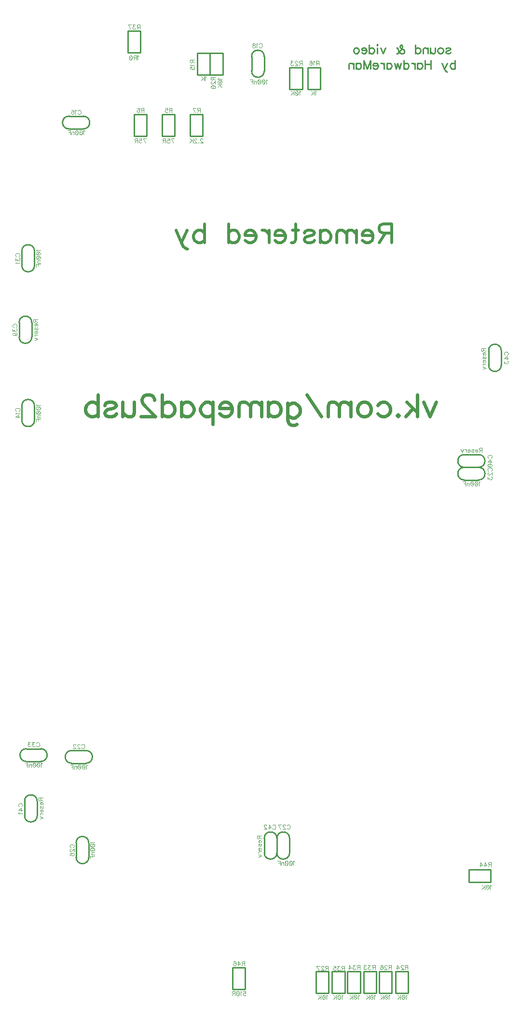
<source format=gbo>
G04 DipTrace 4.0.0.5*
G04 bottom_silk_dendy_junior_remastered_rev_2.2.1.gbo*
%MOIN*%
G04 #@! TF.FileFunction,Legend,Bot*
G04 #@! TF.Part,Single*
%ADD10C,0.009843*%
%ADD119C,0.004632*%
%ADD121C,0.009264*%
%ADD124C,0.023159*%
%ADD127C,0.020071*%
%FSLAX26Y26*%
G04*
G70*
G90*
G75*
G01*
G04 BotSilk*
%LPD*%
X281275Y4181588D2*
D10*
Y4081575D1*
X193775Y4181588D2*
Y4081575D1*
X281275D2*
G02X193775Y4081575I-43750J6D01*
G01*
Y4181588D2*
G02X281275Y4181588I43750J-6D01*
G01*
X518906Y6181894D2*
X618918D1*
X518906Y6094394D2*
X618918D1*
Y6181894D2*
G02X618918Y6094394I-6J-43750D01*
G01*
X518906D2*
G02X518906Y6181894I6J43750D01*
G01*
X1781442Y6494328D2*
Y6594341D1*
X1868942Y6494328D2*
Y6594341D1*
X1781442D2*
G02X1868942Y6594341I43750J-6D01*
G01*
Y6494328D2*
G02X1781442Y6494328I-43750J6D01*
G01*
X537658Y1800184D2*
X637670D1*
X537658Y1712684D2*
X637670D1*
Y1800184D2*
G02X637670Y1712684I-6J-43750D01*
G01*
X537658D2*
G02X537658Y1800184I6J43750D01*
G01*
X3350353Y3669037D2*
X3250340D1*
X3350353Y3756537D2*
X3250340D1*
Y3669037D2*
G02X3250340Y3756537I6J43750D01*
G01*
X3350353D2*
G02X3350353Y3669037I-6J-43750D01*
G01*
X568814Y1062713D2*
Y1162725D1*
X656314Y1062713D2*
Y1162725D1*
X568814D2*
G02X656314Y1162725I43750J-6D01*
G01*
Y1062713D2*
G02X568814Y1062713I-43750J6D01*
G01*
X1956460Y1093966D2*
Y1193979D1*
X2043960Y1093966D2*
Y1193979D1*
X1956460D2*
G02X2043960Y1193979I43750J-6D01*
G01*
Y1093966D2*
G02X1956460Y1093966I-43750J6D01*
G01*
X193775Y5150642D2*
Y5250655D1*
X281275Y5150642D2*
Y5250655D1*
X193775D2*
G02X281275Y5250655I43750J-6D01*
G01*
Y5150642D2*
G02X193775Y5150642I-43750J6D01*
G01*
X324933Y1725186D2*
X224920D1*
X324933Y1812686D2*
X224920D1*
Y1725186D2*
G02X224920Y1812686I6J43750D01*
G01*
X324933D2*
G02X324933Y1725186I-6J-43750D01*
G01*
X262523Y4756853D2*
Y4656840D1*
X175023Y4756853D2*
Y4656840D1*
X262523D2*
G02X175023Y4656840I-43750J6D01*
G01*
Y4756853D2*
G02X262523Y4756853I43750J-6D01*
G01*
X3350250Y3756649D2*
X3250238D1*
X3350250Y3844149D2*
X3250238D1*
Y3756649D2*
G02X3250238Y3844149I6J43750D01*
G01*
X3350250D2*
G02X3350250Y3756649I-6J-43750D01*
G01*
X212527Y1350243D2*
Y1450256D1*
X300027Y1350243D2*
Y1450256D1*
X212527D2*
G02X300027Y1450256I43750J-6D01*
G01*
Y1350243D2*
G02X212527Y1350243I-43750J6D01*
G01*
X1868951Y1093966D2*
Y1193979D1*
X1956451Y1093966D2*
Y1193979D1*
X1868951D2*
G02X1956451Y1193979I43750J-6D01*
G01*
Y1093966D2*
G02X1868951Y1093966I-43750J6D01*
G01*
X3506614Y4562878D2*
Y4462865D1*
X3419114Y4562878D2*
Y4462865D1*
X3506614D2*
G02X3419114Y4462865I-43750J6D01*
G01*
Y4562878D2*
G02X3506614Y4562878I43750J-6D01*
G01*
X1162627Y6044495D2*
X1250127D1*
Y6194495D1*
X1162627D1*
Y6044495D1*
X968856Y6044699D2*
X1056356D1*
Y6194699D1*
X968856D1*
Y6044699D1*
X1356397Y6044495D2*
X1443897D1*
Y6194495D1*
X1356397D1*
Y6044495D1*
X1493902Y6619335D2*
X1406402D1*
Y6469335D1*
X1493902D1*
Y6619335D1*
X2256482Y6519324D2*
X2168982D1*
Y6369324D1*
X2256482D1*
Y6519324D1*
X1493911Y6469539D2*
X1581411D1*
Y6619539D1*
X1493911D1*
Y6469539D1*
X2043969Y6369529D2*
X2131469D1*
Y6519529D1*
X2043969D1*
Y6369529D1*
X2862796Y274919D2*
X2775296D1*
Y124919D1*
X2862796D1*
Y274919D1*
X2750284D2*
X2662784D1*
Y124919D1*
X2750284D1*
Y274919D1*
X2312738Y275123D2*
X2225238D1*
Y125123D1*
X2312738D1*
Y275123D1*
X2644023Y274919D2*
X2556523D1*
Y124919D1*
X2644023D1*
Y274919D1*
X2531511D2*
X2444011D1*
Y124919D1*
X2531511D1*
Y274919D1*
X2425250D2*
X2337750D1*
Y124919D1*
X2425250D1*
Y274919D1*
X925102Y6619555D2*
X1012602D1*
Y6769555D1*
X925102D1*
Y6619555D1*
X1737780Y300024D2*
X1650280D1*
Y150024D1*
X1737780D1*
Y300024D1*
X3281705Y978222D2*
Y890722D1*
X3431705D1*
Y978222D1*
X3281705D1*
X3123540Y6646853D2*
D121*
X3126392Y6652623D1*
X3135014Y6655475D1*
X3143636D1*
X3152258Y6652623D1*
X3155110Y6646853D1*
X3152258Y6641149D1*
X3146488Y6638231D1*
X3132162Y6635379D1*
X3126392Y6632527D1*
X3123540Y6626757D1*
Y6623905D1*
X3126392Y6618201D1*
X3135014Y6615283D1*
X3143636D1*
X3152258Y6618201D1*
X3155110Y6623905D1*
X3090687Y6655475D2*
X3096391Y6652623D1*
X3102161Y6646853D1*
X3105013Y6638231D1*
Y6632527D1*
X3102161Y6623905D1*
X3096391Y6618201D1*
X3090687Y6615283D1*
X3082065D1*
X3076295Y6618201D1*
X3070591Y6623905D1*
X3067673Y6632527D1*
Y6638231D1*
X3070591Y6646853D1*
X3076295Y6652623D1*
X3082065Y6655475D1*
X3090687D1*
X3049146D2*
Y6626757D1*
X3046294Y6618201D1*
X3040524Y6615283D1*
X3031902D1*
X3026198Y6618201D1*
X3017576Y6626757D1*
Y6655475D2*
Y6615283D1*
X2999049Y6655475D2*
Y6615283D1*
Y6644001D2*
X2990427Y6652623D1*
X2984657Y6655475D1*
X2976101D1*
X2970331Y6652623D1*
X2967479Y6644001D1*
Y6615283D1*
X2914530Y6675571D2*
Y6615283D1*
Y6646853D2*
X2920234Y6652623D1*
X2926004Y6655475D1*
X2934626D1*
X2940330Y6652623D1*
X2946100Y6646853D1*
X2948952Y6638231D1*
Y6632527D1*
X2946100Y6623905D1*
X2940330Y6618201D1*
X2934626Y6615283D1*
X2926004D1*
X2920234Y6618201D1*
X2914530Y6623905D1*
X2783164Y6655475D2*
X2786082D1*
X2788934Y6652557D1*
X2791786Y6646853D1*
X2797556Y6632527D1*
X2803260Y6623905D1*
X2808964Y6618135D1*
X2814734Y6615283D1*
X2826208D1*
X2831911Y6618135D1*
X2834830Y6621053D1*
X2837682Y6626757D1*
Y6632527D1*
X2834830Y6638231D1*
X2831911Y6641083D1*
X2811882Y6652557D1*
X2808964Y6655475D1*
X2806112Y6661179D1*
Y6666949D1*
X2808964Y6672653D1*
X2814734Y6675505D1*
X2820437Y6672653D1*
X2823356Y6666949D1*
Y6661179D1*
X2820437Y6652557D1*
X2814734Y6644001D1*
X2800408Y6623905D1*
X2794638Y6618135D1*
X2788934Y6615283D1*
X2783164D1*
X2706315Y6655475D2*
X2689071Y6615283D1*
X2671894Y6655475D1*
X2653367Y6675571D2*
X2650515Y6672719D1*
X2647596Y6675571D1*
X2650515Y6678489D1*
X2653367Y6675571D1*
X2650515Y6655475D2*
Y6615283D1*
X2594647Y6675571D2*
Y6615283D1*
Y6646853D2*
X2600351Y6652623D1*
X2606121Y6655475D1*
X2614743D1*
X2620447Y6652623D1*
X2626217Y6646853D1*
X2629069Y6638231D1*
Y6632527D1*
X2626217Y6623905D1*
X2620447Y6618201D1*
X2614743Y6615283D1*
X2606121D1*
X2600351Y6618201D1*
X2594647Y6623905D1*
X2576120Y6638231D2*
X2541698D1*
Y6644001D1*
X2544550Y6649771D1*
X2547402Y6652623D1*
X2553172Y6655475D1*
X2561794D1*
X2567498Y6652623D1*
X2573268Y6646853D1*
X2576120Y6638231D1*
Y6632527D1*
X2573268Y6623905D1*
X2567498Y6618201D1*
X2561794Y6615283D1*
X2553172D1*
X2547402Y6618201D1*
X2541698Y6623905D1*
X2508845Y6655475D2*
X2514549Y6652623D1*
X2520319Y6646853D1*
X2523171Y6638231D1*
Y6632527D1*
X2520319Y6623905D1*
X2514549Y6618201D1*
X2508845Y6615283D1*
X2500223D1*
X2494453Y6618201D1*
X2488749Y6623905D1*
X2485831Y6632527D1*
Y6638231D1*
X2488749Y6646853D1*
X2494453Y6652623D1*
X2500223Y6655475D1*
X2508845D1*
X3057350Y4206695D2*
D124*
X3014240Y4106215D1*
X2971295Y4206695D1*
X2924978Y4256935D2*
Y4106215D1*
X2853183Y4206695D2*
X2924978Y4134900D1*
X2896293Y4163585D2*
X2846053Y4106215D1*
X2792605Y4120640D2*
X2799735Y4113345D1*
X2792605Y4106215D1*
X2785310Y4113345D1*
X2792605Y4120640D1*
X2652771Y4185140D2*
X2667197Y4199565D1*
X2681622Y4206695D1*
X2703011D1*
X2717437Y4199565D1*
X2731696Y4185140D1*
X2738992Y4163585D1*
Y4149325D1*
X2731696Y4127770D1*
X2717437Y4113511D1*
X2703011Y4106215D1*
X2681622D1*
X2667197Y4113511D1*
X2652771Y4127770D1*
X2570639Y4206695D2*
X2584899Y4199565D1*
X2599324Y4185140D1*
X2606454Y4163585D1*
Y4149325D1*
X2599324Y4127770D1*
X2584899Y4113511D1*
X2570639Y4106215D1*
X2549084D1*
X2534659Y4113511D1*
X2520399Y4127770D1*
X2513103Y4149325D1*
Y4163585D1*
X2520399Y4185140D1*
X2534659Y4199565D1*
X2549084Y4206695D1*
X2570639D1*
X2466786D2*
Y4106215D1*
Y4178010D2*
X2445231Y4199565D1*
X2430805Y4206695D1*
X2409416D1*
X2394991Y4199565D1*
X2387861Y4178010D1*
Y4106215D1*
Y4178010D2*
X2366306Y4199565D1*
X2351880Y4206695D1*
X2330491D1*
X2316066Y4199565D1*
X2308770Y4178010D1*
Y4106215D1*
X2262452D2*
X2161972Y4256769D1*
X2029600Y4199565D2*
Y4084660D1*
X2036730Y4063271D1*
X2043859Y4055975D1*
X2058285Y4048845D1*
X2079840D1*
X2094100Y4055975D1*
X2029600Y4178010D2*
X2043859Y4192270D1*
X2058285Y4199565D1*
X2079840D1*
X2094100Y4192270D1*
X2108525Y4178010D1*
X2115655Y4156455D1*
Y4142030D1*
X2108525Y4120640D1*
X2094100Y4106215D1*
X2079840Y4099085D1*
X2058285D1*
X2043859Y4106215D1*
X2029600Y4120640D1*
X1897228Y4206695D2*
Y4106215D1*
Y4185140D2*
X1911487Y4199565D1*
X1925912Y4206695D1*
X1947302D1*
X1961727Y4199565D1*
X1975987Y4185140D1*
X1983282Y4163585D1*
Y4149325D1*
X1975987Y4127770D1*
X1961727Y4113511D1*
X1947302Y4106215D1*
X1925912D1*
X1911487Y4113511D1*
X1897228Y4127770D1*
X1850910Y4206695D2*
Y4106215D1*
Y4178010D2*
X1829355Y4199565D1*
X1814929Y4206695D1*
X1793540D1*
X1779115Y4199565D1*
X1771985Y4178010D1*
Y4106215D1*
Y4178010D2*
X1750430Y4199565D1*
X1736004Y4206695D1*
X1714615D1*
X1700190Y4199565D1*
X1692894Y4178010D1*
Y4106215D1*
X1646576Y4163585D2*
X1560522D1*
Y4178010D1*
X1567652Y4192435D1*
X1574781Y4199565D1*
X1589207Y4206695D1*
X1610762D1*
X1625021Y4199565D1*
X1639447Y4185140D1*
X1646576Y4163585D1*
Y4149325D1*
X1639447Y4127770D1*
X1625021Y4113511D1*
X1610762Y4106215D1*
X1589207D1*
X1574781Y4113511D1*
X1560522Y4127770D1*
X1514204Y4206695D2*
Y4055975D1*
Y4185140D2*
X1499779Y4199399D1*
X1485519Y4206695D1*
X1463964D1*
X1449539Y4199399D1*
X1435279Y4185140D1*
X1427984Y4163585D1*
Y4149159D1*
X1435279Y4127770D1*
X1449539Y4113345D1*
X1463964Y4106215D1*
X1485519D1*
X1499779Y4113345D1*
X1514204Y4127770D1*
X1295611Y4206695D2*
Y4106215D1*
Y4185140D2*
X1309871Y4199565D1*
X1324296Y4206695D1*
X1345685D1*
X1360111Y4199565D1*
X1374370Y4185140D1*
X1381666Y4163585D1*
Y4149325D1*
X1374370Y4127770D1*
X1360111Y4113511D1*
X1345685Y4106215D1*
X1324296D1*
X1309871Y4113511D1*
X1295611Y4127770D1*
X1163239Y4256935D2*
Y4106215D1*
Y4185140D2*
X1177498Y4199565D1*
X1191924Y4206695D1*
X1213479D1*
X1227738Y4199565D1*
X1242164Y4185140D1*
X1249293Y4163585D1*
Y4149325D1*
X1242164Y4127770D1*
X1227738Y4113511D1*
X1213479Y4106215D1*
X1191924D1*
X1177498Y4113511D1*
X1163239Y4127770D1*
X1109625Y4220954D2*
Y4228084D1*
X1102496Y4242510D1*
X1095366Y4249639D1*
X1080941Y4256769D1*
X1052256D1*
X1037996Y4249639D1*
X1030866Y4242510D1*
X1023571Y4228084D1*
Y4213825D1*
X1030866Y4199399D1*
X1045126Y4178010D1*
X1116921Y4106215D1*
X1016441D1*
X970123Y4206695D2*
Y4134900D1*
X962994Y4113511D1*
X948568Y4106215D1*
X927013D1*
X912754Y4113511D1*
X891198Y4134900D1*
Y4206695D2*
Y4106215D1*
X765956Y4185140D2*
X773086Y4199565D1*
X794641Y4206695D1*
X816196D1*
X837751Y4199565D1*
X844881Y4185140D1*
X837751Y4170880D1*
X823326Y4163585D1*
X787511Y4156455D1*
X773086Y4149325D1*
X765956Y4134900D1*
Y4127770D1*
X773086Y4113511D1*
X794641Y4106215D1*
X816196D1*
X837751Y4113511D1*
X844881Y4127770D1*
X719638Y4256935D2*
Y4106215D1*
Y4185140D2*
X705213Y4199565D1*
X690953Y4206695D1*
X669398D1*
X655138Y4199565D1*
X640713Y4185140D1*
X633583Y4163585D1*
Y4149325D1*
X640713Y4127770D1*
X655138Y4113511D1*
X669398Y4106215D1*
X690953D1*
X705213Y4113511D1*
X719638Y4127770D1*
X3187520Y6569310D2*
D121*
Y6509022D1*
Y6540592D2*
X3181750Y6546362D1*
X3176046Y6549214D1*
X3167424D1*
X3161720Y6546362D1*
X3155950Y6540592D1*
X3153098Y6531970D1*
Y6526266D1*
X3155950Y6517644D1*
X3161720Y6511940D1*
X3167424Y6509022D1*
X3176046D1*
X3181750Y6511940D1*
X3187520Y6517644D1*
X3131653Y6549214D2*
X3114475Y6509022D1*
X3120179Y6497548D1*
X3125949Y6491778D1*
X3131653Y6488926D1*
X3134571D1*
X3097231Y6549214D2*
X3114475Y6509022D1*
X3020383Y6569310D2*
Y6509022D1*
X2980191Y6569310D2*
Y6509022D1*
X3020383Y6540592D2*
X2980191D1*
X2927242Y6549214D2*
Y6509022D1*
Y6540592D2*
X2932946Y6546362D1*
X2938716Y6549214D1*
X2947272D1*
X2953042Y6546362D1*
X2958746Y6540592D1*
X2961664Y6531970D1*
Y6526266D1*
X2958746Y6517644D1*
X2953042Y6511940D1*
X2947272Y6509022D1*
X2938716D1*
X2932946Y6511940D1*
X2927242Y6517644D1*
X2908715Y6549214D2*
Y6509022D1*
Y6531970D2*
X2905797Y6540592D1*
X2900093Y6546362D1*
X2894323Y6549214D1*
X2885701D1*
X2832752Y6569310D2*
Y6509022D1*
Y6540592D2*
X2838455Y6546362D1*
X2844226Y6549214D1*
X2852848D1*
X2858551Y6546362D1*
X2864322Y6540592D1*
X2867173Y6531970D1*
Y6526266D1*
X2864322Y6517644D1*
X2858551Y6511940D1*
X2852848Y6509022D1*
X2844226D1*
X2838455Y6511940D1*
X2832752Y6517644D1*
X2814224Y6549214D2*
X2802751Y6509022D1*
X2791277Y6549214D1*
X2779803Y6509022D1*
X2768329Y6549214D1*
X2715380D2*
Y6509022D1*
Y6540592D2*
X2721084Y6546362D1*
X2726854Y6549214D1*
X2735409D1*
X2741180Y6546362D1*
X2746883Y6540592D1*
X2749802Y6531970D1*
Y6526266D1*
X2746883Y6517644D1*
X2741180Y6511940D1*
X2735409Y6509022D1*
X2726854D1*
X2721084Y6511940D1*
X2715380Y6517644D1*
X2696853Y6549214D2*
Y6509022D1*
Y6531970D2*
X2693934Y6540592D1*
X2688231Y6546362D1*
X2682460Y6549214D1*
X2673838D1*
X2655311Y6531970D2*
X2620889D1*
Y6537740D1*
X2623741Y6543510D1*
X2626593Y6546362D1*
X2632363Y6549214D1*
X2640985D1*
X2646689Y6546362D1*
X2652459Y6540592D1*
X2655311Y6531970D1*
Y6526266D1*
X2652459Y6517644D1*
X2646689Y6511940D1*
X2640985Y6509022D1*
X2632363D1*
X2626593Y6511940D1*
X2620889Y6517644D1*
X2556467Y6509022D2*
Y6569310D1*
X2579414Y6509022D1*
X2602362Y6569310D1*
Y6509022D1*
X2503518Y6549214D2*
Y6509022D1*
Y6540592D2*
X2509221Y6546362D1*
X2514991Y6549214D1*
X2523547D1*
X2529317Y6546362D1*
X2535021Y6540592D1*
X2537939Y6531970D1*
Y6526266D1*
X2535021Y6517644D1*
X2529317Y6511940D1*
X2523547Y6509022D1*
X2514991D1*
X2509221Y6511940D1*
X2503518Y6517644D1*
X2484990Y6549214D2*
Y6509022D1*
Y6537740D2*
X2476368Y6546362D1*
X2470598Y6549214D1*
X2462043D1*
X2456272Y6546362D1*
X2453420Y6537740D1*
Y6509022D1*
X2748495Y5375510D2*
D127*
X2692596D1*
X2673915Y5381833D1*
X2667592Y5388012D1*
X2661413Y5400371D1*
Y5412873D1*
X2667592Y5425231D1*
X2673915Y5431554D1*
X2692596Y5437733D1*
X2748495D1*
Y5307109D1*
X2704954Y5375510D2*
X2661413Y5307109D1*
X2621271Y5356829D2*
X2546690D1*
Y5369331D1*
X2552869Y5381833D1*
X2559048Y5388012D1*
X2571550Y5394192D1*
X2590231D1*
X2602589Y5388012D1*
X2615091Y5375510D1*
X2621271Y5356829D1*
Y5344471D1*
X2615091Y5325790D1*
X2602589Y5313432D1*
X2590231Y5307109D1*
X2571550D1*
X2559048Y5313432D1*
X2546690Y5325790D1*
X2506548Y5394192D2*
Y5307109D1*
Y5369331D2*
X2487867Y5388012D1*
X2475365Y5394192D1*
X2456827D1*
X2444325Y5388012D1*
X2438146Y5369331D1*
Y5307109D1*
Y5369331D2*
X2419465Y5388012D1*
X2406963Y5394192D1*
X2388426D1*
X2375924Y5388012D1*
X2369601Y5369331D1*
Y5307109D1*
X2254878Y5394192D2*
Y5307109D1*
Y5375510D2*
X2267236Y5388012D1*
X2279738Y5394192D1*
X2298276D1*
X2310778Y5388012D1*
X2323136Y5375510D1*
X2329459Y5356829D1*
Y5344471D1*
X2323136Y5325790D1*
X2310778Y5313432D1*
X2298276Y5307109D1*
X2279738D1*
X2267236Y5313432D1*
X2254878Y5325790D1*
X2146335Y5375510D2*
X2152514Y5388012D1*
X2171195Y5394192D1*
X2189876D1*
X2208557Y5388012D1*
X2214736Y5375510D1*
X2208557Y5363152D1*
X2196055Y5356829D1*
X2165016Y5350650D1*
X2152514Y5344471D1*
X2146335Y5331969D1*
Y5325790D1*
X2152514Y5313432D1*
X2171195Y5307109D1*
X2189876D1*
X2208557Y5313432D1*
X2214736Y5325790D1*
X2087511Y5437733D2*
Y5331969D1*
X2081332Y5313432D1*
X2068830Y5307109D1*
X2056472D1*
X2106193Y5394192D2*
X2062651D1*
X2016330Y5356829D2*
X1941749D1*
Y5369331D1*
X1947928Y5381833D1*
X1954108Y5388012D1*
X1966610Y5394192D1*
X1985291D1*
X1997649Y5388012D1*
X2010151Y5375510D1*
X2016330Y5356829D1*
Y5344471D1*
X2010151Y5325790D1*
X1997649Y5313432D1*
X1985291Y5307109D1*
X1966610D1*
X1954108Y5313432D1*
X1941749Y5325790D1*
X1901607Y5394192D2*
Y5307109D1*
Y5356829D2*
X1895284Y5375510D1*
X1882926Y5388012D1*
X1870424Y5394192D1*
X1851743D1*
X1811601Y5356829D2*
X1737020D1*
Y5369331D1*
X1743199Y5381833D1*
X1749379Y5388012D1*
X1761881Y5394192D1*
X1780562D1*
X1792920Y5388012D1*
X1805422Y5375510D1*
X1811601Y5356829D1*
Y5344471D1*
X1805422Y5325790D1*
X1792920Y5313432D1*
X1780562Y5307109D1*
X1761881D1*
X1749379Y5313432D1*
X1737020Y5325790D1*
X1622298Y5437733D2*
Y5307109D1*
Y5375510D2*
X1634656Y5388012D1*
X1647158Y5394192D1*
X1665839D1*
X1678197Y5388012D1*
X1690699Y5375510D1*
X1696878Y5356829D1*
Y5344471D1*
X1690699Y5325790D1*
X1678197Y5313432D1*
X1665839Y5307109D1*
X1647158D1*
X1634656Y5313432D1*
X1622298Y5325790D1*
X1455793Y5437733D2*
Y5307109D1*
Y5375510D2*
X1443291Y5388012D1*
X1430933Y5394192D1*
X1412252D1*
X1399893Y5388012D1*
X1387391Y5375510D1*
X1381212Y5356829D1*
Y5344471D1*
X1387391Y5325790D1*
X1399893Y5313432D1*
X1412252Y5307109D1*
X1430933D1*
X1443291Y5313432D1*
X1455793Y5325790D1*
X1334747Y5394192D2*
X1297529Y5307109D1*
X1309887Y5282249D1*
X1322389Y5269747D1*
X1334747Y5263568D1*
X1341070D1*
X1260167Y5394192D2*
X1297529Y5307109D1*
X157004Y4144443D2*
D119*
X154152Y4145869D1*
X151267Y4148754D1*
X149841Y4151606D1*
Y4157343D1*
X151267Y4160228D1*
X154152Y4163080D1*
X157004Y4164539D1*
X161315Y4165965D1*
X168511D1*
X172789Y4164539D1*
X175674Y4163080D1*
X178526Y4160228D1*
X179985Y4157343D1*
Y4151606D1*
X178526Y4148754D1*
X175674Y4145869D1*
X172789Y4144443D1*
X155611Y4135179D2*
X154152Y4132294D1*
X149874Y4127983D1*
X179985D1*
Y4104361D2*
X149874D1*
X169937Y4118720D1*
Y4097198D1*
X297220Y4191030D2*
X295761Y4188145D1*
X291483Y4183834D1*
X321594D1*
X291483Y4165948D2*
X292909Y4170259D1*
X297220Y4173144D1*
X304383Y4174570D1*
X308694D1*
X315857Y4173144D1*
X320168Y4170259D1*
X321594Y4165948D1*
Y4163096D1*
X320168Y4158785D1*
X315857Y4155933D1*
X308694Y4154474D1*
X304383D1*
X297220Y4155933D1*
X292909Y4158785D1*
X291483Y4163096D1*
Y4165948D1*
X297220Y4155933D2*
X315857Y4173144D1*
X291483Y4136589D2*
X292909Y4140900D1*
X297220Y4143785D1*
X304383Y4145211D1*
X308694D1*
X315857Y4143785D1*
X320168Y4140900D1*
X321594Y4136589D1*
Y4133737D1*
X320168Y4129426D1*
X315857Y4126574D1*
X308694Y4125115D1*
X304383D1*
X297220Y4126574D1*
X292909Y4129426D1*
X291483Y4133737D1*
Y4136589D1*
X297220Y4126574D2*
X315857Y4143785D1*
X301498Y4115851D2*
X321594D1*
X307235D2*
X302924Y4111540D1*
X301498Y4108655D1*
Y4104377D1*
X302924Y4101492D1*
X307235Y4100066D1*
X321594D1*
X291450Y4072133D2*
Y4090803D1*
X321594D1*
X305809D2*
Y4079329D1*
X580331Y6218665D2*
X581757Y6221517D1*
X584642Y6224402D1*
X587494Y6225828D1*
X593231D1*
X596116Y6224402D1*
X598968Y6221517D1*
X600427Y6218665D1*
X601853Y6214354D1*
Y6207158D1*
X600427Y6202880D1*
X598968Y6199995D1*
X596116Y6197143D1*
X593231Y6195684D1*
X587494D1*
X584642Y6197143D1*
X581757Y6199995D1*
X580331Y6202880D1*
X571068Y6220058D2*
X568183Y6221517D1*
X563871Y6225795D1*
Y6195684D1*
X537397Y6221517D2*
X538823Y6224369D1*
X543134Y6225795D1*
X545986D1*
X550297Y6224369D1*
X553182Y6220058D1*
X554608Y6212895D1*
Y6205732D1*
X553182Y6199995D1*
X550297Y6197110D1*
X545986Y6195684D1*
X544560D1*
X540282Y6197110D1*
X537397Y6199995D1*
X535971Y6204306D1*
Y6205732D1*
X537397Y6210043D1*
X540282Y6212895D1*
X544560Y6214321D1*
X545986D1*
X550297Y6212895D1*
X553182Y6210043D1*
X554608Y6205732D1*
X628361Y6078449D2*
X625476Y6079908D1*
X621165Y6084186D1*
Y6054075D1*
X603279Y6084186D2*
X607590Y6082760D1*
X610475Y6078449D1*
X611901Y6071286D1*
Y6066975D1*
X610475Y6059812D1*
X607590Y6055501D1*
X603279Y6054075D1*
X600427D1*
X596116Y6055501D1*
X593264Y6059812D1*
X591805Y6066975D1*
Y6071286D1*
X593264Y6078449D1*
X596116Y6082760D1*
X600427Y6084186D1*
X603279D1*
X593264Y6078449D2*
X610475Y6059812D1*
X573919Y6084186D2*
X578231Y6082760D1*
X581116Y6078449D1*
X582542Y6071286D1*
Y6066975D1*
X581116Y6059812D1*
X578231Y6055501D1*
X573919Y6054075D1*
X571068D1*
X566757Y6055501D1*
X563905Y6059812D1*
X562446Y6066975D1*
Y6071286D1*
X563905Y6078449D1*
X566757Y6082760D1*
X571068Y6084186D1*
X573919D1*
X563905Y6078449D2*
X581116Y6059812D1*
X553182Y6074171D2*
Y6054075D1*
Y6068434D2*
X548871Y6072745D1*
X545986Y6074171D1*
X541708D1*
X538823Y6072745D1*
X537397Y6068434D1*
Y6054075D1*
X509463Y6084219D2*
X528133D1*
Y6054075D1*
Y6069860D2*
X516660D1*
X1832799Y6678987D2*
X1834225Y6681839D1*
X1837110Y6684724D1*
X1839962Y6686150D1*
X1845699D1*
X1848584Y6684724D1*
X1851436Y6681839D1*
X1852895Y6678987D1*
X1854321Y6674676D1*
Y6667480D1*
X1852895Y6663202D1*
X1851436Y6660317D1*
X1848584Y6657465D1*
X1845699Y6656006D1*
X1839962D1*
X1837110Y6657465D1*
X1834225Y6660317D1*
X1832799Y6663202D1*
X1823535Y6680380D2*
X1820650Y6681839D1*
X1816339Y6686117D1*
Y6656006D1*
X1799913Y6686117D2*
X1804190Y6684691D1*
X1805650Y6681839D1*
Y6678954D1*
X1804190Y6676102D1*
X1801339Y6674643D1*
X1795602Y6673217D1*
X1791291Y6671791D1*
X1788439Y6668906D1*
X1787013Y6666054D1*
Y6661743D1*
X1788439Y6658891D1*
X1789865Y6657432D1*
X1794176Y6656006D1*
X1799913D1*
X1804190Y6657432D1*
X1805650Y6658891D1*
X1807076Y6661743D1*
Y6666054D1*
X1805650Y6668906D1*
X1802764Y6671791D1*
X1798487Y6673217D1*
X1792750Y6674643D1*
X1789865Y6676102D1*
X1788439Y6678954D1*
Y6681839D1*
X1789865Y6684691D1*
X1794176Y6686117D1*
X1799913D1*
X1889165Y6430353D2*
X1886280Y6431812D1*
X1881969Y6436090D1*
Y6405979D1*
X1864084Y6436090D2*
X1868395Y6434664D1*
X1871280Y6430353D1*
X1872706Y6423190D1*
Y6418879D1*
X1871280Y6411716D1*
X1868395Y6407405D1*
X1864084Y6405979D1*
X1861232D1*
X1856921Y6407405D1*
X1854069Y6411716D1*
X1852610Y6418879D1*
Y6423190D1*
X1854069Y6430353D1*
X1856921Y6434664D1*
X1861232Y6436090D1*
X1864084D1*
X1854069Y6430353D2*
X1871280Y6411716D1*
X1834724Y6436090D2*
X1839035Y6434664D1*
X1841920Y6430353D1*
X1843346Y6423190D1*
Y6418879D1*
X1841920Y6411716D1*
X1839035Y6407405D1*
X1834724Y6405979D1*
X1831872D1*
X1827561Y6407405D1*
X1824709Y6411716D1*
X1823250Y6418879D1*
Y6423190D1*
X1824709Y6430353D1*
X1827561Y6434664D1*
X1831872Y6436090D1*
X1834724D1*
X1824709Y6430353D2*
X1841920Y6411716D1*
X1813986Y6426075D2*
Y6405979D1*
Y6420338D2*
X1809675Y6424650D1*
X1806790Y6426075D1*
X1802512D1*
X1799627Y6424650D1*
X1798201Y6420338D1*
Y6405979D1*
X1770268Y6436123D2*
X1788938D1*
Y6405979D1*
Y6421764D2*
X1777464D1*
X606263Y1836955D2*
X607689Y1839807D1*
X610574Y1842692D1*
X613426Y1844118D1*
X619163D1*
X622048Y1842692D1*
X624900Y1839807D1*
X626359Y1836955D1*
X627785Y1832644D1*
Y1825448D1*
X626359Y1821170D1*
X624900Y1818285D1*
X622048Y1815433D1*
X619163Y1813974D1*
X613426D1*
X610574Y1815433D1*
X607689Y1818285D1*
X606263Y1821170D1*
X595540Y1836922D2*
Y1838348D1*
X594114Y1841233D1*
X592688Y1842659D1*
X589803Y1844085D1*
X584066D1*
X581214Y1842659D1*
X579788Y1841233D1*
X578329Y1838348D1*
Y1835496D1*
X579788Y1832611D1*
X582640Y1828333D1*
X596999Y1813974D1*
X576903D1*
X566180Y1836922D2*
Y1838348D1*
X564754Y1841233D1*
X563328Y1842659D1*
X560443Y1844085D1*
X554706D1*
X551855Y1842659D1*
X550429Y1841233D1*
X548969Y1838348D1*
Y1835496D1*
X550429Y1832611D1*
X553280Y1828333D1*
X567640Y1813974D1*
X547544D1*
X647113Y1696739D2*
X644228Y1698198D1*
X639917Y1702476D1*
Y1672365D1*
X622031Y1702476D2*
X626342Y1701050D1*
X629227Y1696739D1*
X630653Y1689576D1*
Y1685265D1*
X629227Y1678102D1*
X626342Y1673791D1*
X622031Y1672365D1*
X619179D1*
X614868Y1673791D1*
X612016Y1678102D1*
X610557Y1685265D1*
Y1689576D1*
X612016Y1696739D1*
X614868Y1701050D1*
X619179Y1702476D1*
X622031D1*
X612016Y1696739D2*
X629227Y1678102D1*
X592671Y1702476D2*
X596982Y1701050D1*
X599868Y1696739D1*
X601294Y1689576D1*
Y1685265D1*
X599868Y1678102D1*
X596982Y1673791D1*
X592671Y1672365D1*
X589820D1*
X585509Y1673791D1*
X582657Y1678102D1*
X581198Y1685265D1*
Y1689576D1*
X582657Y1696739D1*
X585509Y1701050D1*
X589820Y1702476D1*
X592671D1*
X582657Y1696739D2*
X599868Y1678102D1*
X571934Y1692461D2*
Y1672365D1*
Y1686724D2*
X567623Y1691035D1*
X564738Y1692461D1*
X560460D1*
X557575Y1691035D1*
X556149Y1686724D1*
Y1672365D1*
X528215Y1702509D2*
X546885D1*
Y1672365D1*
Y1688150D2*
X535411D1*
X3419843Y3731382D2*
X3416991Y3732808D1*
X3414106Y3735693D1*
X3412680Y3738545D1*
Y3744282D1*
X3414106Y3747167D1*
X3416991Y3750019D1*
X3419843Y3751478D1*
X3424154Y3752904D1*
X3431350D1*
X3435628Y3751478D1*
X3438513Y3750019D1*
X3441365Y3747167D1*
X3442824Y3744282D1*
Y3738545D1*
X3441365Y3735693D1*
X3438513Y3732808D1*
X3435628Y3731382D1*
X3419876Y3720659D2*
X3418450D1*
X3415565Y3719233D1*
X3414139Y3717807D1*
X3412713Y3714922D1*
Y3709185D1*
X3414139Y3706334D1*
X3415565Y3704908D1*
X3418450Y3703448D1*
X3421302D1*
X3424187Y3704908D1*
X3428465Y3707759D1*
X3442824Y3722118D1*
Y3702022D1*
X3412713Y3689874D2*
Y3674122D1*
X3424187Y3682711D1*
Y3678400D1*
X3425613Y3675548D1*
X3427039Y3674122D1*
X3431350Y3672663D1*
X3434202D1*
X3438513Y3674122D1*
X3441398Y3676974D1*
X3442824Y3681285D1*
Y3685596D1*
X3441398Y3689874D1*
X3439939Y3691300D1*
X3437087Y3692759D1*
X3359795Y3653092D2*
X3356910Y3654551D1*
X3352599Y3658829D1*
Y3628718D1*
X3334713Y3658829D2*
X3339024Y3657403D1*
X3341910Y3653092D1*
X3343335Y3645929D1*
Y3641618D1*
X3341910Y3634455D1*
X3339024Y3630144D1*
X3334713Y3628718D1*
X3331862D1*
X3327550Y3630144D1*
X3324699Y3634455D1*
X3323239Y3641618D1*
Y3645929D1*
X3324699Y3653092D1*
X3327550Y3657403D1*
X3331862Y3658829D1*
X3334713D1*
X3324699Y3653092D2*
X3341910Y3634455D1*
X3305354Y3658829D2*
X3309665Y3657403D1*
X3312550Y3653092D1*
X3313976Y3645929D1*
Y3641618D1*
X3312550Y3634455D1*
X3309665Y3630144D1*
X3305354Y3628718D1*
X3302502D1*
X3298191Y3630144D1*
X3295339Y3634455D1*
X3293880Y3641618D1*
Y3645929D1*
X3295339Y3653092D1*
X3298191Y3657403D1*
X3302502Y3658829D1*
X3305354D1*
X3295339Y3653092D2*
X3312550Y3634455D1*
X3284616Y3648814D2*
Y3628718D1*
Y3643077D2*
X3280305Y3647388D1*
X3277420Y3648814D1*
X3273142D1*
X3270257Y3647388D1*
X3268831Y3643077D1*
Y3628718D1*
X3240898Y3658862D2*
X3259568D1*
Y3628718D1*
Y3644503D2*
X3248094D1*
X532043Y1130588D2*
X529191Y1132014D1*
X526306Y1134899D1*
X524880Y1137751D1*
Y1143488D1*
X526306Y1146373D1*
X529191Y1149225D1*
X532043Y1150684D1*
X536354Y1152110D1*
X543551D1*
X547828Y1150684D1*
X550713Y1149225D1*
X553565Y1146373D1*
X555024Y1143488D1*
Y1137751D1*
X553565Y1134899D1*
X550713Y1132014D1*
X547828Y1130588D1*
X532077Y1119866D2*
X530651D1*
X527766Y1118440D1*
X526340Y1117014D1*
X524914Y1114129D1*
Y1108392D1*
X526340Y1105540D1*
X527766Y1104114D1*
X530651Y1102655D1*
X533503D1*
X536388Y1104114D1*
X540665Y1106966D1*
X555024Y1121325D1*
Y1101229D1*
X529191Y1074754D2*
X526340Y1076180D1*
X524914Y1080491D1*
Y1083343D1*
X526340Y1087654D1*
X530651Y1090539D1*
X537814Y1091965D1*
X544976D1*
X550713Y1090539D1*
X553599Y1087654D1*
X555024Y1083343D1*
Y1081917D1*
X553599Y1077639D1*
X550713Y1074754D1*
X546402Y1073328D1*
X544976D1*
X540665Y1074754D1*
X537814Y1077639D1*
X536388Y1081917D1*
Y1083343D1*
X537814Y1087654D1*
X540665Y1090539D1*
X544976Y1091965D1*
X672260Y1172168D2*
X670801Y1169283D1*
X666523Y1164972D1*
X696634D1*
X666523Y1147086D2*
X667949Y1151397D1*
X672260Y1154282D1*
X679423Y1155708D1*
X683734D1*
X690897Y1154282D1*
X695208Y1151397D1*
X696634Y1147086D1*
Y1144234D1*
X695208Y1139923D1*
X690897Y1137071D1*
X683734Y1135612D1*
X679423D1*
X672260Y1137071D1*
X667949Y1139923D1*
X666523Y1144234D1*
Y1147086D1*
X672260Y1137071D2*
X690897Y1154282D1*
X666523Y1117727D2*
X667949Y1122038D1*
X672260Y1124923D1*
X679423Y1126349D1*
X683734D1*
X690897Y1124923D1*
X695208Y1122038D1*
X696634Y1117727D1*
Y1114875D1*
X695208Y1110564D1*
X690897Y1107712D1*
X683734Y1106253D1*
X679423D1*
X672260Y1107712D1*
X667949Y1110564D1*
X666523Y1114875D1*
Y1117727D1*
X672260Y1107712D2*
X690897Y1124923D1*
X676538Y1096989D2*
X696634D1*
X682274D2*
X677963Y1092678D1*
X676538Y1089793D1*
Y1085515D1*
X677963Y1082630D1*
X682274Y1081204D1*
X696634D1*
X666490Y1053271D2*
Y1071941D1*
X696634D1*
X680849D2*
Y1060467D1*
X2025063Y1280753D2*
X2026489Y1283605D1*
X2029374Y1286490D1*
X2032226Y1287916D1*
X2037963D1*
X2040848Y1286490D1*
X2043700Y1283605D1*
X2045159Y1280753D1*
X2046585Y1276442D1*
Y1269246D1*
X2045159Y1264968D1*
X2043700Y1262083D1*
X2040848Y1259231D1*
X2037963Y1257772D1*
X2032226D1*
X2029374Y1259231D1*
X2026489Y1262083D1*
X2025063Y1264968D1*
X2014340Y1280720D2*
Y1282146D1*
X2012915Y1285031D1*
X2011489Y1286457D1*
X2008603Y1287883D1*
X2002867D1*
X2000015Y1286457D1*
X1998589Y1285031D1*
X1997130Y1282146D1*
Y1279294D1*
X1998589Y1276409D1*
X2001441Y1272131D1*
X2015800Y1257772D1*
X1995704D1*
X1980703D2*
X1966344Y1287883D1*
X1986440D1*
X2078407Y1032120D2*
X2075522Y1033579D1*
X2071211Y1037857D1*
Y1007746D1*
X2053325Y1037857D2*
X2057636Y1036431D1*
X2060521Y1032120D1*
X2061947Y1024957D1*
Y1020646D1*
X2060521Y1013483D1*
X2057636Y1009172D1*
X2053325Y1007746D1*
X2050473D1*
X2046162Y1009172D1*
X2043310Y1013483D1*
X2041851Y1020646D1*
Y1024957D1*
X2043310Y1032120D1*
X2046162Y1036431D1*
X2050473Y1037857D1*
X2053325D1*
X2043310Y1032120D2*
X2060521Y1013483D1*
X2023965Y1037857D2*
X2028276Y1036431D1*
X2031162Y1032120D1*
X2032587Y1024957D1*
Y1020646D1*
X2031162Y1013483D1*
X2028276Y1009172D1*
X2023965Y1007746D1*
X2021114D1*
X2016802Y1009172D1*
X2013951Y1013483D1*
X2012491Y1020646D1*
Y1024957D1*
X2013951Y1032120D1*
X2016802Y1036431D1*
X2021114Y1037857D1*
X2023965D1*
X2013951Y1032120D2*
X2031162Y1013483D1*
X2003228Y1027842D2*
Y1007746D1*
Y1022105D2*
X1998917Y1026416D1*
X1996032Y1027842D1*
X1991754D1*
X1988869Y1026416D1*
X1987443Y1022105D1*
Y1007746D1*
X1959509Y1037890D2*
X1978179D1*
Y1007746D1*
Y1023531D2*
X1966705D1*
X157004Y5212797D2*
X154152Y5214223D1*
X151267Y5217108D1*
X149841Y5219960D1*
Y5225697D1*
X151267Y5228582D1*
X154152Y5231434D1*
X157004Y5232893D1*
X161315Y5234319D1*
X168511D1*
X172789Y5232893D1*
X175674Y5231434D1*
X178526Y5228582D1*
X179985Y5225697D1*
Y5219960D1*
X178526Y5217108D1*
X175674Y5214223D1*
X172789Y5212797D1*
X149874Y5200648D2*
Y5184896D1*
X161348Y5193485D1*
Y5189174D1*
X162774Y5186322D1*
X164200Y5184896D1*
X168511Y5183437D1*
X171363D1*
X175674Y5184896D1*
X178559Y5187748D1*
X179985Y5192059D1*
Y5196370D1*
X178559Y5200648D1*
X177100Y5202074D1*
X174248Y5203533D1*
X155611Y5174174D2*
X154152Y5171289D1*
X149874Y5166978D1*
X179985D1*
X297220Y5260097D2*
X295761Y5257212D1*
X291483Y5252901D1*
X321594D1*
X291483Y5235015D2*
X292909Y5239326D1*
X297220Y5242211D1*
X304383Y5243637D1*
X308694D1*
X315857Y5242211D1*
X320168Y5239326D1*
X321594Y5235015D1*
Y5232163D1*
X320168Y5227852D1*
X315857Y5225000D1*
X308694Y5223541D1*
X304383D1*
X297220Y5225000D1*
X292909Y5227852D1*
X291483Y5232163D1*
Y5235015D1*
X297220Y5225000D2*
X315857Y5242211D1*
X291483Y5205656D2*
X292909Y5209967D1*
X297220Y5212852D1*
X304383Y5214278D1*
X308694D1*
X315857Y5212852D1*
X320168Y5209967D1*
X321594Y5205656D1*
Y5202804D1*
X320168Y5198493D1*
X315857Y5195641D1*
X308694Y5194182D1*
X304383D1*
X297220Y5195641D1*
X292909Y5198493D1*
X291483Y5202804D1*
Y5205656D1*
X297220Y5195641D2*
X315857Y5212852D1*
X301498Y5184918D2*
X321594D1*
X307235D2*
X302924Y5180607D1*
X301498Y5177722D1*
Y5173444D1*
X302924Y5170559D1*
X307235Y5169133D1*
X321594D1*
X291450Y5141200D2*
Y5159870D1*
X321594D1*
X305809D2*
Y5148396D1*
X293525Y1849457D2*
X294951Y1852309D1*
X297836Y1855194D1*
X300688Y1856620D1*
X306425D1*
X309310Y1855194D1*
X312162Y1852309D1*
X313621Y1849457D1*
X315047Y1845146D1*
Y1837949D1*
X313621Y1833672D1*
X312162Y1830787D1*
X309310Y1827935D1*
X306425Y1826476D1*
X300688D1*
X297836Y1827935D1*
X294951Y1830787D1*
X293525Y1833672D1*
X281376Y1856586D2*
X265625D1*
X274214Y1845112D1*
X269903D1*
X267051Y1843686D1*
X265625Y1842261D1*
X264166Y1837949D1*
Y1835098D1*
X265625Y1830787D1*
X268477Y1827901D1*
X272788Y1826476D1*
X277099D1*
X281376Y1827901D1*
X282802Y1829361D1*
X284262Y1832213D1*
X252017Y1856586D2*
X236265D1*
X244854Y1845112D1*
X240543D1*
X237691Y1843686D1*
X236265Y1842261D1*
X234806Y1837949D1*
Y1835098D1*
X236265Y1830787D1*
X239117Y1827901D1*
X243428Y1826476D1*
X247739D1*
X252017Y1827901D1*
X253443Y1829361D1*
X254902Y1832213D1*
X334375Y1709240D2*
X331490Y1710699D1*
X327179Y1714977D1*
Y1684866D1*
X309293Y1714977D2*
X313605Y1713551D1*
X316490Y1709240D1*
X317916Y1702077D1*
Y1697766D1*
X316490Y1690603D1*
X313605Y1686292D1*
X309293Y1684866D1*
X306442D1*
X302131Y1686292D1*
X299279Y1690603D1*
X297820Y1697766D1*
Y1702077D1*
X299279Y1709240D1*
X302131Y1713551D1*
X306442Y1714977D1*
X309293D1*
X299279Y1709240D2*
X316490Y1690603D1*
X279934Y1714977D2*
X284245Y1713551D1*
X287130Y1709240D1*
X288556Y1702077D1*
Y1697766D1*
X287130Y1690603D1*
X284245Y1686292D1*
X279934Y1684866D1*
X277082D1*
X272771Y1686292D1*
X269919Y1690603D1*
X268460Y1697766D1*
Y1702077D1*
X269919Y1709240D1*
X272771Y1713551D1*
X277082Y1714977D1*
X279934D1*
X269919Y1709240D2*
X287130Y1690603D1*
X259196Y1704962D2*
Y1684866D1*
Y1699226D2*
X254885Y1703537D1*
X252000Y1704962D1*
X247722D1*
X244837Y1703537D1*
X243411Y1699226D1*
Y1684866D1*
X215478Y1715010D2*
X234148D1*
Y1684866D1*
Y1700651D2*
X222674D1*
X138252Y4724732D2*
X135400Y4726158D1*
X132515Y4729043D1*
X131089Y4731895D1*
Y4737632D1*
X132515Y4740517D1*
X135400Y4743369D1*
X138252Y4744828D1*
X142563Y4746254D1*
X149759D1*
X154037Y4744828D1*
X156922Y4743369D1*
X159774Y4740517D1*
X161233Y4737632D1*
Y4731895D1*
X159774Y4729043D1*
X156922Y4726158D1*
X154037Y4724732D1*
X131122Y4712583D2*
Y4696832D1*
X142596Y4705421D1*
Y4701109D1*
X144022Y4698258D1*
X145448Y4696832D1*
X149759Y4695373D1*
X152611D1*
X156922Y4696832D1*
X159807Y4699684D1*
X161233Y4703995D1*
Y4708306D1*
X159807Y4712583D1*
X158348Y4714009D1*
X155496Y4715469D1*
X141137Y4667439D2*
X145448Y4668898D1*
X148333Y4671750D1*
X149759Y4676061D1*
Y4677487D1*
X148333Y4681798D1*
X145448Y4684650D1*
X141137Y4686109D1*
X139711D1*
X135400Y4684650D1*
X132548Y4681798D1*
X131122Y4677487D1*
Y4676061D1*
X132548Y4671750D1*
X135400Y4668898D1*
X141137Y4667439D1*
X148333D1*
X155496Y4668898D1*
X159807Y4671750D1*
X161233Y4676061D1*
Y4678913D1*
X159807Y4683224D1*
X156922Y4684650D1*
X287057Y4779516D2*
Y4766616D1*
X285598Y4762305D1*
X284172Y4760846D1*
X281320Y4759420D1*
X278435D1*
X275583Y4760846D1*
X274124Y4762305D1*
X272698Y4766616D1*
Y4779516D1*
X302842D1*
X287057Y4769468D2*
X302842Y4759420D1*
X291368Y4750156D2*
Y4732945D1*
X288483D1*
X285598Y4734371D1*
X284172Y4735797D1*
X282746Y4738682D1*
Y4742993D1*
X284172Y4745845D1*
X287057Y4748730D1*
X291368Y4750156D1*
X294220D1*
X298531Y4748730D1*
X301383Y4745845D1*
X302842Y4742993D1*
Y4738682D1*
X301383Y4735797D1*
X298531Y4732945D1*
X287057Y4707897D2*
X284172Y4709323D1*
X282746Y4713634D1*
Y4717945D1*
X284172Y4722256D1*
X287057Y4723682D1*
X289909Y4722256D1*
X291368Y4719371D1*
X292794Y4712208D1*
X294220Y4709323D1*
X297105Y4707897D1*
X298531D1*
X301383Y4709323D1*
X302842Y4713634D1*
Y4717945D1*
X301383Y4722256D1*
X298531Y4723682D1*
X291368Y4698633D2*
Y4681422D1*
X288483D1*
X285598Y4682848D1*
X284172Y4684274D1*
X282746Y4687159D1*
Y4691470D1*
X284172Y4694322D1*
X287057Y4697207D1*
X291368Y4698633D1*
X294220D1*
X298531Y4697207D1*
X301383Y4694322D1*
X302842Y4691470D1*
Y4687159D1*
X301383Y4684274D1*
X298531Y4681422D1*
X282746Y4672159D2*
X302842D1*
X291368D2*
X287057Y4670700D1*
X284172Y4667848D1*
X282746Y4664963D1*
Y4660652D1*
Y4651388D2*
X302842Y4642766D1*
X282746Y4634177D1*
X3419739Y3819707D2*
X3416887Y3821133D1*
X3414002Y3824018D1*
X3412576Y3826869D1*
Y3832606D1*
X3414002Y3835492D1*
X3416887Y3838343D1*
X3419739Y3839803D1*
X3424050Y3841229D1*
X3431246D1*
X3435524Y3839803D1*
X3438409Y3838343D1*
X3441261Y3835492D1*
X3442720Y3832606D1*
Y3826869D1*
X3441261Y3824018D1*
X3438409Y3821133D1*
X3435524Y3819707D1*
X3442720Y3796084D2*
X3412609D1*
X3432672Y3810443D1*
Y3788921D1*
X3412609Y3771035D2*
X3414035Y3775346D1*
X3418346Y3778232D1*
X3425509Y3779658D1*
X3429820D1*
X3436983Y3778232D1*
X3441294Y3775346D1*
X3442720Y3771035D1*
Y3768184D1*
X3441294Y3763873D1*
X3436983Y3761021D1*
X3429820Y3759562D1*
X3425509D1*
X3418346Y3761021D1*
X3414035Y3763873D1*
X3412609Y3768184D1*
Y3771035D1*
X3418346Y3761021D2*
X3436983Y3778232D1*
X3372913Y3875880D2*
X3360014D1*
X3355702Y3877339D1*
X3354243Y3878765D1*
X3352817Y3881617D1*
Y3884502D1*
X3354243Y3887354D1*
X3355702Y3888813D1*
X3360014Y3890239D1*
X3372913D1*
Y3860095D1*
X3362865Y3875880D2*
X3352817Y3860095D1*
X3343554Y3871569D2*
X3326343D1*
Y3874454D1*
X3327769Y3877339D1*
X3329195Y3878765D1*
X3332080Y3880191D1*
X3336391D1*
X3339243Y3878765D1*
X3342128Y3875880D1*
X3343554Y3871569D1*
Y3868717D1*
X3342128Y3864406D1*
X3339243Y3861554D1*
X3336391Y3860095D1*
X3332080D1*
X3329195Y3861554D1*
X3326343Y3864406D1*
X3301294Y3875880D2*
X3302720Y3878765D1*
X3307031Y3880191D1*
X3311342D1*
X3315653Y3878765D1*
X3317079Y3875880D1*
X3315653Y3873028D1*
X3312768Y3871569D1*
X3305605Y3870143D1*
X3302720Y3868717D1*
X3301294Y3865832D1*
Y3864406D1*
X3302720Y3861554D1*
X3307031Y3860095D1*
X3311342D1*
X3315653Y3861554D1*
X3317079Y3864406D1*
X3292031Y3871569D2*
X3274820D1*
Y3874454D1*
X3276246Y3877339D1*
X3277672Y3878765D1*
X3280557Y3880191D1*
X3284868D1*
X3287720Y3878765D1*
X3290605Y3875880D1*
X3292031Y3871569D1*
Y3868717D1*
X3290605Y3864406D1*
X3287720Y3861554D1*
X3284868Y3860095D1*
X3280557D1*
X3277672Y3861554D1*
X3274820Y3864406D1*
X3265556Y3880191D2*
Y3860095D1*
Y3871569D2*
X3264097Y3875880D1*
X3261245Y3878765D1*
X3258360Y3880191D1*
X3254049D1*
X3244786D2*
X3236164Y3860095D1*
X3227575Y3880191D1*
X175756Y1413111D2*
X172904Y1414537D1*
X170019Y1417422D1*
X168593Y1420274D1*
Y1426011D1*
X170019Y1428896D1*
X172904Y1431748D1*
X175756Y1433207D1*
X180067Y1434633D1*
X187263D1*
X191541Y1433207D1*
X194426Y1431748D1*
X197278Y1428896D1*
X198737Y1426011D1*
Y1420274D1*
X197278Y1417422D1*
X194426Y1414537D1*
X191541Y1413111D1*
X198737Y1389488D2*
X168626D1*
X188689Y1403847D1*
Y1382325D1*
X174363Y1373062D2*
X172904Y1370177D1*
X168626Y1365866D1*
X198737D1*
X324561Y1472919D2*
Y1460019D1*
X323102Y1455708D1*
X321676Y1454249D1*
X318824Y1452823D1*
X315939D1*
X313087Y1454249D1*
X311628Y1455708D1*
X310202Y1460019D1*
Y1472919D1*
X340346D1*
X324561Y1462871D2*
X340346Y1452823D1*
X328872Y1443559D2*
Y1426348D1*
X325987D1*
X323102Y1427774D1*
X321676Y1429200D1*
X320250Y1432085D1*
Y1436396D1*
X321676Y1439248D1*
X324561Y1442133D1*
X328872Y1443559D1*
X331724D1*
X336035Y1442133D1*
X338887Y1439248D1*
X340346Y1436396D1*
Y1432085D1*
X338887Y1429200D1*
X336035Y1426348D1*
X324561Y1401300D2*
X321676Y1402726D1*
X320250Y1407037D1*
Y1411348D1*
X321676Y1415659D1*
X324561Y1417085D1*
X327413Y1415659D1*
X328872Y1412774D1*
X330298Y1405611D1*
X331724Y1402726D1*
X334609Y1401300D1*
X336035D1*
X338887Y1402726D1*
X340346Y1407037D1*
Y1411348D1*
X338887Y1415659D1*
X336035Y1417085D1*
X328872Y1392036D2*
Y1374825D1*
X325987D1*
X323102Y1376251D1*
X321676Y1377677D1*
X320250Y1380562D1*
Y1384873D1*
X321676Y1387725D1*
X324561Y1390610D1*
X328872Y1392036D1*
X331724D1*
X336035Y1390610D1*
X338887Y1387725D1*
X340346Y1384873D1*
Y1380562D1*
X338887Y1377677D1*
X336035Y1374825D1*
X320250Y1365562D2*
X340346D1*
X328872D2*
X324561Y1364103D1*
X321676Y1361251D1*
X320250Y1358366D1*
Y1354055D1*
Y1344791D2*
X340346Y1336169D1*
X320250Y1327580D1*
X1925766Y1280753D2*
X1927192Y1283605D1*
X1930077Y1286490D1*
X1932929Y1287916D1*
X1938666D1*
X1941551Y1286490D1*
X1944403Y1283605D1*
X1945862Y1280753D1*
X1947288Y1276442D1*
Y1269246D1*
X1945862Y1264968D1*
X1944403Y1262083D1*
X1941551Y1259231D1*
X1938666Y1257772D1*
X1932929D1*
X1930077Y1259231D1*
X1927192Y1262083D1*
X1925766Y1264968D1*
X1902143Y1257772D2*
Y1287883D1*
X1916502Y1267820D1*
X1894980D1*
X1884257Y1280720D2*
Y1282146D1*
X1882831Y1285031D1*
X1881406Y1286457D1*
X1878520Y1287883D1*
X1872783D1*
X1869932Y1286457D1*
X1868506Y1285031D1*
X1867047Y1282146D1*
Y1279294D1*
X1868506Y1276409D1*
X1871358Y1272131D1*
X1885717Y1257772D1*
X1865621D1*
X1833116Y1210391D2*
Y1197491D1*
X1831657Y1193180D1*
X1830231Y1191721D1*
X1827379Y1190295D1*
X1824494D1*
X1821642Y1191721D1*
X1820183Y1193180D1*
X1818757Y1197491D1*
Y1210391D1*
X1848901D1*
X1833116Y1200343D2*
X1848901Y1190295D1*
X1837427Y1181032D2*
Y1163821D1*
X1834542D1*
X1831657Y1165247D1*
X1830231Y1166673D1*
X1828805Y1169558D1*
Y1173869D1*
X1830231Y1176721D1*
X1833116Y1179606D1*
X1837427Y1181032D1*
X1840279D1*
X1844590Y1179606D1*
X1847442Y1176721D1*
X1848901Y1173869D1*
Y1169558D1*
X1847442Y1166673D1*
X1844590Y1163821D1*
X1833116Y1138772D2*
X1830231Y1140198D1*
X1828805Y1144509D1*
Y1148820D1*
X1830231Y1153131D1*
X1833116Y1154557D1*
X1835968Y1153131D1*
X1837427Y1150246D1*
X1838853Y1143083D1*
X1840279Y1140198D1*
X1843164Y1138772D1*
X1844590D1*
X1847442Y1140198D1*
X1848901Y1144509D1*
Y1148820D1*
X1847442Y1153131D1*
X1844590Y1154557D1*
X1837427Y1129509D2*
Y1112298D1*
X1834542D1*
X1831657Y1113724D1*
X1830231Y1115150D1*
X1828805Y1118035D1*
Y1122346D1*
X1830231Y1125198D1*
X1833116Y1128083D1*
X1837427Y1129509D1*
X1840279D1*
X1844590Y1128083D1*
X1847442Y1125198D1*
X1848901Y1122346D1*
Y1118035D1*
X1847442Y1115150D1*
X1844590Y1112298D1*
X1828805Y1103034D2*
X1848901D1*
X1837427D2*
X1833116Y1101575D1*
X1830231Y1098723D1*
X1828805Y1095838D1*
Y1091527D1*
Y1082263D2*
X1848901Y1073641D1*
X1828805Y1065052D1*
X3532348Y4532179D2*
X3529496Y4533605D1*
X3526611Y4536490D1*
X3525185Y4539342D1*
Y4545079D1*
X3526611Y4547964D1*
X3529496Y4550816D1*
X3532348Y4552275D1*
X3536659Y4553701D1*
X3543855D1*
X3548133Y4552275D1*
X3551018Y4550816D1*
X3553870Y4547964D1*
X3555329Y4545079D1*
Y4539342D1*
X3553870Y4536490D1*
X3551018Y4533605D1*
X3548133Y4532179D1*
X3555329Y4508556D2*
X3525218D1*
X3545281Y4522915D1*
Y4501393D1*
X3525218Y4489245D2*
Y4473493D1*
X3536692Y4482082D1*
Y4477771D1*
X3538118Y4474919D1*
X3539544Y4473493D1*
X3543855Y4472034D1*
X3546707D1*
X3551018Y4473493D1*
X3553903Y4476345D1*
X3555329Y4480656D1*
Y4484967D1*
X3553903Y4489245D1*
X3552444Y4490671D1*
X3549592Y4492130D1*
X3383284Y4579301D2*
Y4566401D1*
X3381825Y4562090D1*
X3380399Y4560631D1*
X3377547Y4559205D1*
X3374662D1*
X3371810Y4560631D1*
X3370351Y4562090D1*
X3368925Y4566401D1*
Y4579301D1*
X3399069D1*
X3383284Y4569253D2*
X3399069Y4559205D1*
X3387595Y4549941D2*
Y4532730D1*
X3384710D1*
X3381825Y4534156D1*
X3380399Y4535582D1*
X3378973Y4538467D1*
Y4542778D1*
X3380399Y4545630D1*
X3383284Y4548515D1*
X3387595Y4549941D1*
X3390447D1*
X3394758Y4548515D1*
X3397610Y4545630D1*
X3399069Y4542778D1*
Y4538467D1*
X3397610Y4535582D1*
X3394758Y4532730D1*
X3383284Y4507682D2*
X3380399Y4509107D1*
X3378973Y4513419D1*
Y4517730D1*
X3380399Y4522041D1*
X3383284Y4523467D1*
X3386136Y4522041D1*
X3387595Y4519155D1*
X3389021Y4511993D1*
X3390447Y4509107D1*
X3393332Y4507682D1*
X3394758D1*
X3397610Y4509107D1*
X3399069Y4513419D1*
Y4517730D1*
X3397610Y4522041D1*
X3394758Y4523467D1*
X3387595Y4498418D2*
Y4481207D1*
X3384710D1*
X3381825Y4482633D1*
X3380399Y4484059D1*
X3378973Y4486944D1*
Y4491255D1*
X3380399Y4494107D1*
X3383284Y4496992D1*
X3387595Y4498418D1*
X3390447D1*
X3394758Y4496992D1*
X3397610Y4494107D1*
X3399069Y4491255D1*
Y4486944D1*
X3397610Y4484059D1*
X3394758Y4481207D1*
X3378973Y4471944D2*
X3399069D1*
X3387595D2*
X3383284Y4470484D1*
X3380399Y4467632D1*
X3378973Y4464747D1*
Y4460436D1*
Y4451173D2*
X3399069Y4442551D1*
X3378973Y4433962D1*
X1231104Y6224070D2*
X1218205D1*
X1213893Y6225529D1*
X1212434Y6226955D1*
X1211008Y6229807D1*
Y6232692D1*
X1212434Y6235544D1*
X1213893Y6237003D1*
X1218205Y6238429D1*
X1231104D1*
Y6208285D1*
X1221056Y6224070D2*
X1211008Y6208285D1*
X1184534Y6238395D2*
X1198860D1*
X1200286Y6225496D1*
X1198860Y6226921D1*
X1194549Y6228381D1*
X1190271D1*
X1185960Y6226921D1*
X1183075Y6224070D1*
X1181649Y6219759D1*
Y6216907D1*
X1183075Y6212596D1*
X1185960Y6209711D1*
X1190271Y6208285D1*
X1194549D1*
X1198860Y6209711D1*
X1200286Y6211170D1*
X1201745Y6214022D1*
X1240047Y5997925D2*
X1225688Y6028036D1*
X1245784D1*
X1199214D2*
X1213540D1*
X1214966Y6015136D1*
X1213540Y6016562D1*
X1209229Y6018021D1*
X1204951D1*
X1200640Y6016562D1*
X1197755Y6013710D1*
X1196329Y6009399D1*
Y6006547D1*
X1197755Y6002236D1*
X1200640Y5999351D1*
X1204951Y5997925D1*
X1209229D1*
X1213540Y5999351D1*
X1214966Y6000810D1*
X1216425Y6003662D1*
X1187065Y6013710D2*
X1174165D1*
X1169854Y6015169D1*
X1168395Y6016595D1*
X1166969Y6019447D1*
Y6022332D1*
X1168395Y6025184D1*
X1169854Y6026643D1*
X1174165Y6028069D1*
X1187065D1*
Y5997925D1*
X1177017Y6013710D2*
X1166969Y5997925D1*
X1036605Y6224274D2*
X1023705D1*
X1019394Y6225733D1*
X1017934Y6227159D1*
X1016509Y6230011D1*
Y6232896D1*
X1017934Y6235748D1*
X1019394Y6237207D1*
X1023705Y6238633D1*
X1036605D1*
Y6208489D1*
X1026557Y6224274D2*
X1016509Y6208489D1*
X990034Y6234322D2*
X991460Y6237174D1*
X995771Y6238600D1*
X998623D1*
X1002934Y6237174D1*
X1005819Y6232863D1*
X1007245Y6225700D1*
Y6218537D1*
X1005819Y6212800D1*
X1002934Y6209915D1*
X998623Y6208489D1*
X997197D1*
X992919Y6209915D1*
X990034Y6212800D1*
X988608Y6217111D1*
Y6218537D1*
X990034Y6222848D1*
X992919Y6225700D1*
X997197Y6227126D1*
X998623D1*
X1002934Y6225700D1*
X1005819Y6222848D1*
X1007245Y6218537D1*
X1046277Y5998130D2*
X1031918Y6028240D1*
X1052014D1*
X1005443D2*
X1019769D1*
X1021195Y6015341D1*
X1019769Y6016766D1*
X1015458Y6018226D1*
X1011180D1*
X1006869Y6016766D1*
X1003984Y6013915D1*
X1002558Y6009604D1*
Y6006752D1*
X1003984Y6002441D1*
X1006869Y5999556D1*
X1011180Y5998130D1*
X1015458D1*
X1019769Y5999556D1*
X1021195Y6001015D1*
X1022654Y6003867D1*
X993295Y6013915D2*
X980395D1*
X976084Y6015374D1*
X974625Y6016800D1*
X973199Y6019652D1*
Y6022537D1*
X974625Y6025389D1*
X976084Y6026848D1*
X980395Y6028274D1*
X993295D1*
Y5998130D1*
X983247Y6013915D2*
X973199Y5998130D1*
X1424875Y6224070D2*
X1411975D1*
X1407664Y6225529D1*
X1406205Y6226955D1*
X1404779Y6229807D1*
Y6232692D1*
X1406205Y6235544D1*
X1407664Y6237003D1*
X1411975Y6238429D1*
X1424875D1*
Y6208285D1*
X1414827Y6224070D2*
X1404779Y6208285D1*
X1389778D2*
X1375419Y6238395D1*
X1395515D1*
X1444185Y6020881D2*
Y6022307D1*
X1442760Y6025192D1*
X1441334Y6026618D1*
X1438448Y6028044D1*
X1432712D1*
X1429860Y6026618D1*
X1428434Y6025192D1*
X1426975Y6022307D1*
Y6019455D1*
X1428434Y6016570D1*
X1431286Y6012292D1*
X1445645Y5997933D1*
X1425549D1*
X1414859Y6000818D2*
X1416285Y5999359D1*
X1414859Y5997933D1*
X1413400Y5999359D1*
X1414859Y6000818D1*
X1402677Y6020881D2*
Y6022307D1*
X1401251Y6025192D1*
X1399825Y6026618D1*
X1396940Y6028044D1*
X1391203D1*
X1388351Y6026618D1*
X1386925Y6025192D1*
X1385466Y6022307D1*
Y6019455D1*
X1386925Y6016570D1*
X1389777Y6012292D1*
X1404136Y5997933D1*
X1384040D1*
X1374777Y6028077D2*
Y5997933D1*
X1354681Y6028077D2*
X1374777Y6007981D1*
X1367614Y6015177D2*
X1354681Y5997933D1*
X1370577Y6571042D2*
Y6558142D1*
X1369118Y6553831D1*
X1367692Y6552372D1*
X1364840Y6550946D1*
X1361955D1*
X1359103Y6552372D1*
X1357644Y6553831D1*
X1356218Y6558142D1*
Y6571042D1*
X1386362D1*
X1370577Y6560994D2*
X1386362Y6550946D1*
X1361988Y6541682D2*
X1360529Y6538797D1*
X1356251Y6534486D1*
X1386362D1*
X1356251Y6508011D2*
Y6522337D1*
X1369151Y6523763D1*
X1367725Y6522337D1*
X1366266Y6518026D1*
Y6513748D1*
X1367725Y6509437D1*
X1370577Y6506552D1*
X1374888Y6505126D1*
X1377740D1*
X1382051Y6506552D1*
X1384936Y6509437D1*
X1386362Y6513748D1*
Y6518026D1*
X1384936Y6522337D1*
X1383477Y6523763D1*
X1380625Y6525222D1*
X1468425Y6451235D2*
X1465540Y6452694D1*
X1461229Y6456972D1*
Y6426861D1*
X1451965Y6457005D2*
Y6426861D1*
X1431869Y6457005D2*
X1451965Y6436909D1*
X1444802Y6444105D2*
X1431869Y6426861D1*
X2244964Y6548907D2*
X2232064D1*
X2227753Y6550366D1*
X2226294Y6551792D1*
X2224868Y6554644D1*
Y6557529D1*
X2226294Y6560381D1*
X2227753Y6561840D1*
X2232064Y6563266D1*
X2244964D1*
Y6533122D1*
X2234916Y6548907D2*
X2224868Y6533122D1*
X2215605Y6557496D2*
X2212720Y6558955D1*
X2208409Y6563233D1*
Y6533122D1*
X2181934Y6558955D2*
X2183360Y6561807D1*
X2187671Y6563233D1*
X2190523D1*
X2194834Y6561807D1*
X2197719Y6557496D1*
X2199145Y6550333D1*
Y6543170D1*
X2197719Y6537433D1*
X2194834Y6534548D1*
X2190523Y6533122D1*
X2189097D1*
X2184819Y6534548D1*
X2181934Y6537433D1*
X2180508Y6541744D1*
Y6543170D1*
X2181934Y6547481D1*
X2184819Y6550333D1*
X2189097Y6551759D1*
X2190523D1*
X2194834Y6550333D1*
X2197719Y6547481D1*
X2199145Y6543170D1*
X2231002Y6351227D2*
X2228117Y6352686D1*
X2223806Y6356964D1*
Y6326853D1*
X2214543Y6356997D2*
Y6326853D1*
X2194447Y6356997D2*
X2214543Y6336901D1*
X2207380Y6344097D2*
X2194447Y6326853D1*
X1514342Y6452683D2*
Y6439783D1*
X1512883Y6435472D1*
X1511457Y6434013D1*
X1508605Y6432587D1*
X1505720D1*
X1502868Y6434013D1*
X1501409Y6435472D1*
X1499983Y6439783D1*
Y6452683D1*
X1530127D1*
X1514342Y6442635D2*
X1530127Y6432587D1*
X1507179Y6421864D2*
X1505753D1*
X1502868Y6420439D1*
X1501442Y6419013D1*
X1500016Y6416127D1*
Y6410391D1*
X1501442Y6407539D1*
X1502868Y6406113D1*
X1505753Y6404654D1*
X1508605D1*
X1511490Y6406113D1*
X1515768Y6408965D1*
X1530127Y6423324D1*
Y6403228D1*
X1500016Y6385342D2*
X1501442Y6389653D1*
X1505753Y6392538D1*
X1512916Y6393964D1*
X1517227D1*
X1524390Y6392538D1*
X1528701Y6389653D1*
X1530127Y6385342D1*
Y6382490D1*
X1528701Y6378179D1*
X1524390Y6375327D1*
X1517227Y6373868D1*
X1512916D1*
X1505753Y6375327D1*
X1501442Y6378179D1*
X1500016Y6382490D1*
Y6385342D1*
X1505753Y6375327D2*
X1524390Y6392538D1*
X1553602Y6446233D2*
X1552143Y6443348D1*
X1547865Y6439037D1*
X1577976D1*
X1547865Y6421151D2*
X1549291Y6425463D1*
X1553602Y6428348D1*
X1560765Y6429774D1*
X1565076D1*
X1572239Y6428348D1*
X1576550Y6425463D1*
X1577976Y6421151D1*
Y6418300D1*
X1576550Y6413989D1*
X1572239Y6411137D1*
X1565076Y6409678D1*
X1560765D1*
X1553602Y6411137D1*
X1549291Y6413989D1*
X1547865Y6418300D1*
Y6421151D1*
X1553602Y6411137D2*
X1572239Y6428348D1*
X1547832Y6400414D2*
X1577976D1*
X1547832Y6380318D2*
X1567928Y6400414D1*
X1560732Y6393251D2*
X1577976Y6380318D1*
X2128852Y6548618D2*
X2115953D1*
X2111642Y6550077D1*
X2110182Y6551503D1*
X2108756Y6554355D1*
Y6557240D1*
X2110182Y6560092D1*
X2111642Y6561551D1*
X2115953Y6562977D1*
X2128852D1*
Y6532833D1*
X2118804Y6548618D2*
X2108756Y6532833D1*
X2098034Y6555781D2*
Y6557207D1*
X2096608Y6560092D1*
X2095182Y6561518D1*
X2092297Y6562944D1*
X2086560D1*
X2083708Y6561518D1*
X2082282Y6560092D1*
X2080823Y6557207D1*
Y6554355D1*
X2082282Y6551470D1*
X2085134Y6547192D1*
X2099493Y6532833D1*
X2079397D1*
X2067248Y6562944D2*
X2051496D1*
X2060085Y6551470D1*
X2055774D1*
X2052922Y6550044D1*
X2051496Y6548618D1*
X2050037Y6544307D1*
Y6541455D1*
X2051496Y6537144D1*
X2054348Y6534259D1*
X2058659Y6532833D1*
X2062970D1*
X2067248Y6534259D1*
X2068674Y6535718D1*
X2070133Y6538570D1*
X2118951Y6350935D2*
X2116066Y6352394D1*
X2111755Y6356672D1*
Y6326561D1*
X2093869Y6356672D2*
X2098180Y6355246D1*
X2101065Y6350935D1*
X2102491Y6343772D1*
Y6339461D1*
X2101065Y6332298D1*
X2098180Y6327987D1*
X2093869Y6326561D1*
X2091017D1*
X2086706Y6327987D1*
X2083855Y6332298D1*
X2082395Y6339461D1*
Y6343772D1*
X2083855Y6350935D1*
X2086706Y6355246D1*
X2091017Y6356672D1*
X2093869D1*
X2083855Y6350935D2*
X2101065Y6332298D1*
X2073132Y6356705D2*
Y6326561D1*
X2053036Y6356705D2*
X2073132Y6336609D1*
X2065969Y6343806D2*
X2053036Y6326561D1*
X2860892Y304008D2*
X2847992D1*
X2843681Y305467D1*
X2842222Y306893D1*
X2840796Y309745D1*
Y312630D1*
X2842222Y315482D1*
X2843681Y316941D1*
X2847992Y318367D1*
X2860892D1*
Y288223D1*
X2850844Y304008D2*
X2840796Y288223D1*
X2830074Y311171D2*
Y312597D1*
X2828648Y315482D1*
X2827222Y316908D1*
X2824337Y318334D1*
X2818600D1*
X2815748Y316908D1*
X2814322Y315482D1*
X2812863Y312597D1*
Y309745D1*
X2814322Y306860D1*
X2817174Y302582D1*
X2831533Y288223D1*
X2811437D1*
X2787814D2*
Y318334D1*
X2802173Y298271D1*
X2780651D1*
X2856528Y106325D2*
X2853643Y107784D1*
X2849332Y112062D1*
Y81951D1*
X2831447Y112062D2*
X2835758Y110636D1*
X2838643Y106325D1*
X2840069Y99162D1*
Y94851D1*
X2838643Y87688D1*
X2835758Y83377D1*
X2831447Y81951D1*
X2828595D1*
X2824284Y83377D1*
X2821432Y87688D1*
X2819973Y94851D1*
Y99162D1*
X2821432Y106325D1*
X2824284Y110636D1*
X2828595Y112062D1*
X2831447D1*
X2821432Y106325D2*
X2838643Y87688D1*
X2810709Y112095D2*
Y81951D1*
X2790613Y112095D2*
X2810709Y91999D1*
X2803546Y99195D2*
X2790613Y81951D1*
X2746938Y304008D2*
X2734038D1*
X2729727Y305467D1*
X2728268Y306893D1*
X2726842Y309745D1*
Y312630D1*
X2728268Y315482D1*
X2729727Y316941D1*
X2734038Y318367D1*
X2746938D1*
Y288223D1*
X2736890Y304008D2*
X2726842Y288223D1*
X2716119Y311171D2*
Y312597D1*
X2714693Y315482D1*
X2713267Y316908D1*
X2710382Y318334D1*
X2704645D1*
X2701793Y316908D1*
X2700367Y315482D1*
X2698908Y312597D1*
Y309745D1*
X2700367Y306860D1*
X2703219Y302582D1*
X2717578Y288223D1*
X2697482D1*
X2671008Y314056D2*
X2672434Y316908D1*
X2676745Y318334D1*
X2679597D1*
X2683908Y316908D1*
X2686793Y312597D1*
X2688219Y305434D1*
Y298271D1*
X2686793Y292534D1*
X2683908Y289649D1*
X2679597Y288223D1*
X2678171D1*
X2673893Y289649D1*
X2671008Y292534D1*
X2669582Y296845D1*
Y298271D1*
X2671008Y302582D1*
X2673893Y305434D1*
X2678171Y306860D1*
X2679597D1*
X2683908Y305434D1*
X2686793Y302582D1*
X2688219Y298271D1*
X2737766Y106325D2*
X2734881Y107784D1*
X2730570Y112062D1*
Y81951D1*
X2712684Y112062D2*
X2716995Y110636D1*
X2719880Y106325D1*
X2721306Y99162D1*
Y94851D1*
X2719880Y87688D1*
X2716995Y83377D1*
X2712684Y81951D1*
X2709832D1*
X2705521Y83377D1*
X2702669Y87688D1*
X2701210Y94851D1*
Y99162D1*
X2702669Y106325D1*
X2705521Y110636D1*
X2709832Y112062D1*
X2712684D1*
X2702669Y106325D2*
X2719880Y87688D1*
X2691947Y112095D2*
Y81951D1*
X2671851Y112095D2*
X2691947Y91999D1*
X2684784Y99195D2*
X2671851Y81951D1*
X2310121Y297962D2*
X2297222D1*
X2292911Y299421D1*
X2291451Y300847D1*
X2290025Y303699D1*
Y306584D1*
X2291451Y309436D1*
X2292911Y310895D1*
X2297222Y312321D1*
X2310121D1*
Y282177D1*
X2300073Y297962D2*
X2290025Y282177D1*
X2279303Y305125D2*
Y306551D1*
X2277877Y309436D1*
X2276451Y310862D1*
X2273566Y312288D1*
X2267829D1*
X2264977Y310862D1*
X2263551Y309436D1*
X2262092Y306551D1*
Y303699D1*
X2263551Y300814D1*
X2266403Y296536D1*
X2280762Y282177D1*
X2260666D1*
X2245665D2*
X2231306Y312288D1*
X2251402D1*
X2306471Y106530D2*
X2303586Y107989D1*
X2299275Y112267D1*
Y82156D1*
X2281389Y112267D2*
X2285700Y110841D1*
X2288585Y106530D1*
X2290011Y99367D1*
Y95056D1*
X2288585Y87893D1*
X2285700Y83582D1*
X2281389Y82156D1*
X2278537D1*
X2274226Y83582D1*
X2271374Y87893D1*
X2269915Y95056D1*
Y99367D1*
X2271374Y106530D1*
X2274226Y110841D1*
X2278537Y112267D1*
X2281389D1*
X2271374Y106530D2*
X2288585Y87893D1*
X2260652Y112300D2*
Y82156D1*
X2240556Y112300D2*
X2260652Y92204D1*
X2253489Y99400D2*
X2240556Y82156D1*
X2635156Y304008D2*
X2622256D1*
X2617945Y305467D1*
X2616486Y306893D1*
X2615060Y309745D1*
Y312630D1*
X2616486Y315482D1*
X2617945Y316941D1*
X2622256Y318367D1*
X2635156D1*
Y288223D1*
X2625108Y304008D2*
X2615060Y288223D1*
X2602911Y318334D2*
X2587159D1*
X2595748Y306860D1*
X2591437D1*
X2588585Y305434D1*
X2587159Y304008D1*
X2585700Y299697D1*
Y296845D1*
X2587159Y292534D1*
X2590011Y289649D1*
X2594322Y288223D1*
X2598633D1*
X2602911Y289649D1*
X2604337Y291108D1*
X2605796Y293960D1*
X2573551Y318334D2*
X2557800D1*
X2566388Y306860D1*
X2562077D1*
X2559226Y305434D1*
X2557800Y304008D1*
X2556340Y299697D1*
Y296845D1*
X2557800Y292534D1*
X2560652Y289649D1*
X2564963Y288223D1*
X2569274D1*
X2573551Y289649D1*
X2574977Y291108D1*
X2576436Y293960D1*
X2637755Y106325D2*
X2634870Y107784D1*
X2630559Y112062D1*
Y81951D1*
X2612674Y112062D2*
X2616985Y110636D1*
X2619870Y106325D1*
X2621296Y99162D1*
Y94851D1*
X2619870Y87688D1*
X2616985Y83377D1*
X2612674Y81951D1*
X2609822D1*
X2605511Y83377D1*
X2602659Y87688D1*
X2601200Y94851D1*
Y99162D1*
X2602659Y106325D1*
X2605511Y110636D1*
X2609822Y112062D1*
X2612674D1*
X2602659Y106325D2*
X2619870Y87688D1*
X2591936Y112095D2*
Y81951D1*
X2571840Y112095D2*
X2591936Y91999D1*
X2584773Y99195D2*
X2571840Y81951D1*
X2529607Y304008D2*
X2516707D1*
X2512396Y305467D1*
X2510937Y306893D1*
X2509511Y309745D1*
Y312630D1*
X2510937Y315482D1*
X2512396Y316941D1*
X2516707Y318367D1*
X2529607D1*
Y288223D1*
X2519559Y304008D2*
X2509511Y288223D1*
X2497363Y318334D2*
X2481611D1*
X2490200Y306860D1*
X2485889D1*
X2483037Y305434D1*
X2481611Y304008D1*
X2480152Y299697D1*
Y296845D1*
X2481611Y292534D1*
X2484463Y289649D1*
X2488774Y288223D1*
X2493085D1*
X2497363Y289649D1*
X2498789Y291108D1*
X2500248Y293960D1*
X2456529Y288223D2*
Y318334D1*
X2470888Y298271D1*
X2449366D1*
X2525244Y106325D2*
X2522359Y107784D1*
X2518048Y112062D1*
Y81951D1*
X2500162Y112062D2*
X2504473Y110636D1*
X2507358Y106325D1*
X2508784Y99162D1*
Y94851D1*
X2507358Y87688D1*
X2504473Y83377D1*
X2500162Y81951D1*
X2497310D1*
X2492999Y83377D1*
X2490147Y87688D1*
X2488688Y94851D1*
Y99162D1*
X2490147Y106325D1*
X2492999Y110636D1*
X2497310Y112062D1*
X2500162D1*
X2490147Y106325D2*
X2507358Y87688D1*
X2479424Y112095D2*
Y81951D1*
X2459328Y112095D2*
X2479424Y91999D1*
X2472262Y99195D2*
X2459328Y81951D1*
X2422633Y297757D2*
X2409733D1*
X2405422Y299216D1*
X2403963Y300642D1*
X2402537Y303494D1*
Y306379D1*
X2403963Y309231D1*
X2405422Y310690D1*
X2409733Y312116D1*
X2422633D1*
Y281972D1*
X2412585Y297757D2*
X2402537Y281972D1*
X2390389Y312083D2*
X2374637D1*
X2383226Y300609D1*
X2378915D1*
X2376063Y299183D1*
X2374637Y297757D1*
X2373178Y293446D1*
Y290594D1*
X2374637Y286283D1*
X2377489Y283398D1*
X2381800Y281972D1*
X2386111D1*
X2390389Y283398D1*
X2391815Y284857D1*
X2393274Y287709D1*
X2346703Y312083D2*
X2361029D1*
X2362455Y299183D1*
X2361029Y300609D1*
X2356718Y302068D1*
X2352440D1*
X2348129Y300609D1*
X2345244Y297757D1*
X2343818Y293446D1*
Y290594D1*
X2345244Y286283D1*
X2348129Y283398D1*
X2352440Y281972D1*
X2356718D1*
X2361029Y283398D1*
X2362455Y284857D1*
X2363914Y287709D1*
X2412732Y106325D2*
X2409847Y107784D1*
X2405536Y112062D1*
Y81951D1*
X2387650Y112062D2*
X2391961Y110636D1*
X2394846Y106325D1*
X2396272Y99162D1*
Y94851D1*
X2394846Y87688D1*
X2391961Y83377D1*
X2387650Y81951D1*
X2384798D1*
X2380487Y83377D1*
X2377635Y87688D1*
X2376176Y94851D1*
Y99162D1*
X2377635Y106325D1*
X2380487Y110636D1*
X2384798Y112062D1*
X2387650D1*
X2377635Y106325D2*
X2394846Y87688D1*
X2366913Y112095D2*
Y81951D1*
X2346817Y112095D2*
X2366913Y91999D1*
X2359750Y99195D2*
X2346817Y81951D1*
X1008259Y6799130D2*
X995359D1*
X991048Y6800589D1*
X989589Y6802015D1*
X988163Y6804867D1*
Y6807752D1*
X989589Y6810604D1*
X991048Y6812063D1*
X995359Y6813489D1*
X1008259D1*
Y6783345D1*
X998211Y6799130D2*
X988163Y6783345D1*
X976015Y6813456D2*
X960263D1*
X968852Y6801982D1*
X964541D1*
X961689Y6800556D1*
X960263Y6799130D1*
X958804Y6794819D1*
Y6791967D1*
X960263Y6787656D1*
X963115Y6784771D1*
X967426Y6783345D1*
X971737D1*
X976015Y6784771D1*
X977441Y6786230D1*
X978900Y6789082D1*
X943803Y6783345D2*
X929444Y6813456D1*
X949540D1*
X1001807Y6595210D2*
X998922Y6596669D1*
X994611Y6600947D1*
Y6570836D1*
X985347Y6586621D2*
X972447D1*
X968136Y6588080D1*
X966677Y6589506D1*
X965251Y6592358D1*
Y6595243D1*
X966677Y6598095D1*
X968136Y6599554D1*
X972447Y6600980D1*
X985347D1*
Y6570836D1*
X975299Y6586621D2*
X965251Y6570836D1*
X947365Y6600947D2*
X951676Y6599521D1*
X954562Y6595210D1*
X955987Y6588047D1*
Y6583736D1*
X954562Y6576573D1*
X951676Y6572262D1*
X947365Y6570836D1*
X944514D1*
X940203Y6572262D1*
X937351Y6576573D1*
X935891Y6583736D1*
Y6588047D1*
X937351Y6595210D1*
X940203Y6599521D1*
X944514Y6600947D1*
X947365D1*
X937351Y6595210D2*
X954562Y6576573D1*
X1733425Y329606D2*
X1720525D1*
X1716214Y331065D1*
X1714755Y332491D1*
X1713329Y335343D1*
Y338228D1*
X1714755Y341080D1*
X1716214Y342539D1*
X1720525Y343965D1*
X1733425D1*
Y313821D1*
X1723377Y329606D2*
X1713329Y313821D1*
X1689707D2*
Y343932D1*
X1704066Y323869D1*
X1682544D1*
X1656069Y339654D2*
X1657495Y342506D1*
X1661806Y343932D1*
X1664658D1*
X1668969Y342506D1*
X1671854Y338195D1*
X1673280Y331032D1*
Y323869D1*
X1671854Y318132D1*
X1668969Y315247D1*
X1664658Y313821D1*
X1663232D1*
X1658954Y315247D1*
X1656069Y318132D1*
X1654643Y322443D1*
Y323869D1*
X1656069Y328180D1*
X1658954Y331032D1*
X1663232Y332458D1*
X1664658D1*
X1668969Y331032D1*
X1671854Y328180D1*
X1673280Y323869D1*
X1724453Y137661D2*
X1738779D1*
X1740205Y124761D1*
X1738779Y126187D1*
X1734468Y127646D1*
X1730190D1*
X1725879Y126187D1*
X1722994Y123335D1*
X1721568Y119024D1*
Y116172D1*
X1722994Y111861D1*
X1725879Y108976D1*
X1730190Y107550D1*
X1734468D1*
X1738779Y108976D1*
X1740205Y110435D1*
X1741664Y113287D1*
X1712304Y131924D2*
X1709419Y133383D1*
X1705108Y137661D1*
Y107550D1*
X1687222Y137661D2*
X1691533Y136235D1*
X1694418Y131924D1*
X1695844Y124761D1*
Y120450D1*
X1694418Y113287D1*
X1691533Y108976D1*
X1687222Y107550D1*
X1684370D1*
X1680059Y108976D1*
X1677208Y113287D1*
X1675748Y120450D1*
Y124761D1*
X1677208Y131924D1*
X1680059Y136235D1*
X1684370Y137661D1*
X1687222D1*
X1677208Y131924D2*
X1694418Y113287D1*
X1666485Y123335D2*
X1653585D1*
X1649274Y124794D1*
X1647815Y126220D1*
X1646389Y129072D1*
Y131957D1*
X1647815Y134809D1*
X1649274Y136268D1*
X1653585Y137694D1*
X1666485D1*
Y107550D1*
X1656437Y123335D2*
X1646389Y107550D1*
X3436768Y1013562D2*
X3423868D1*
X3419557Y1015021D1*
X3418098Y1016447D1*
X3416672Y1019299D1*
Y1022184D1*
X3418098Y1025036D1*
X3419557Y1026495D1*
X3423868Y1027921D1*
X3436768D1*
Y997777D1*
X3426720Y1013562D2*
X3416672Y997777D1*
X3393049D2*
Y1027888D1*
X3407408Y1007825D1*
X3385886D1*
X3362264Y997777D2*
Y1027888D1*
X3376623Y1007825D1*
X3355101D1*
X3437942Y865885D2*
X3435057Y867344D1*
X3430746Y871622D1*
Y841511D1*
X3412860Y871622D2*
X3417171Y870196D1*
X3420056Y865885D1*
X3421482Y858722D1*
Y854411D1*
X3420056Y847248D1*
X3417171Y842937D1*
X3412860Y841511D1*
X3410008D1*
X3405697Y842937D1*
X3402845Y847248D1*
X3401386Y854411D1*
Y858722D1*
X3402845Y865885D1*
X3405697Y870196D1*
X3410008Y871622D1*
X3412860D1*
X3402845Y865885D2*
X3420056Y847248D1*
X3392123Y871655D2*
Y841511D1*
X3372027Y871655D2*
X3392123Y851559D1*
X3384960Y858755D2*
X3372027Y841511D1*
M02*

</source>
